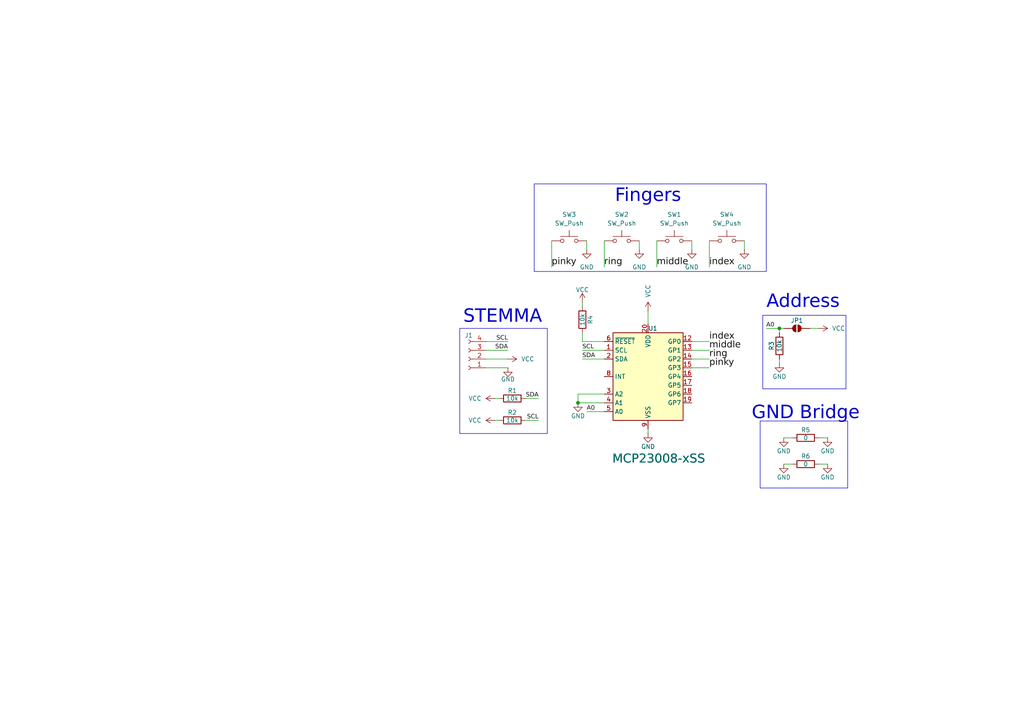
<source format=kicad_sch>
(kicad_sch (version 20250114) (generator "eeschema") (generator_version "9.0")
  (paper "A4")
  (lib_symbols
    (symbol "Connector:Conn_01x04_Socket" (pin_names (offset 1.016) (hide yes))
      (property "Reference" "J" (at 0 5.08 0))
      (property "Value" "Conn_01x04_Socket" (at 0 -7.62 0))
      (symbol "Conn_01x04_Socket_1_1"
        (polyline (pts (xy -1.27 2.54) (xy -0.508 2.54)) (stroke (width 0.1524)))
        (polyline (pts (xy -1.27 0) (xy -0.508 0)) (stroke (width 0.1524)))
        (polyline (pts (xy -1.27 -2.54) (xy -0.508 -2.54)) (stroke (width 0.1524)))
        (polyline (pts (xy -1.27 -5.08) (xy -0.508 -5.08)) (stroke (width 0.1524)))
        (arc (start 0 2.032) (mid -0.5058 2.54) (end 0 3.048) (stroke (width 0.1524)))
        (arc (start 0 -0.508) (mid -0.5058 0) (end 0 0.508) (stroke (width 0.1524)))
        (arc (start 0 -3.048) (mid -0.5058 -2.54) (end 0 -2.032) (stroke (width 0.1524)))
        (arc (start 0 -5.588) (mid -0.5058 -5.08) (end 0 -4.572) (stroke (width 0.1524)))
        (pin passive line (at -5.08 2.54 0) (length 3.81) (name "Pin_1") (number "1"))
        (pin passive line (at -5.08 0 0) (length 3.81) (name "Pin_2") (number "2"))
        (pin passive line (at -5.08 -2.54 0) (length 3.81) (name "Pin_3") (number "3"))
        (pin passive line (at -5.08 -5.08 0) (length 3.81) (name "Pin_4") (number "4"))
      )
    )
    (symbol "Device:R" (pin_numbers (hide yes)) (pin_names (offset 0))
      (property "Reference" "R" (at 2.032 0 90))
      (property "Value" "R" (at 0 0 90))
      (symbol "R_0_1"
        (rectangle (start -1.016 -2.54) (end 1.016 2.54) (stroke (width 0.254)))
      )
      (symbol "R_1_1"
        (pin passive line (at 0 3.81 270) (length 1.27) (name "~") (number "1"))
        (pin passive line (at 0 -3.81 90) (length 1.27) (name "~") (number "2"))
      )
    )
    (symbol "Interface_Expansion:MCP23008-xSS"
      (property "Reference" "U" (at -8.89 13.97 0))
      (property "Value" "MCP23008-xSS" (at 8.89 13.97 0))
      (symbol "MCP23008-xSS_0_1"
        (rectangle (start -10.16 12.7) (end 10.16 -12.7) (stroke (width 0.254)) (fill (type background)))
      )
      (symbol "MCP23008-xSS_1_1"
        (pin input line (at -12.7 10.16 0) (length 2.54) (name "~{RESET}") (number "6"))
        (pin input line (at -12.7 7.62 0) (length 2.54) (name "SCL") (number "1"))
        (pin bidirectional line (at -12.7 5.08 0) (length 2.54) (name "SDA") (number "2"))
        (pin output line (at -12.7 0 0) (length 2.54) (name "INT") (number "8"))
        (pin input line (at -12.7 -5.08 0) (length 2.54) (name "A2") (number "3"))
        (pin input line (at -12.7 -7.62 0) (length 2.54) (name "A1") (number "4"))
        (pin input line (at -12.7 -10.16 0) (length 2.54) (name "A0") (number "5"))
        (pin no_connect line (at -10.16 2.54 0) (length 2.54) (hide yes) (name "NC") (number "7"))
        (pin no_connect line (at -10.16 -2.54 0) (length 2.54) (hide yes) (name "NC") (number "10"))
        (pin power_in line (at 0 15.24 270) (length 2.54) (name "VDD") (number "20"))
        (pin power_in line (at 0 -15.24 90) (length 2.54) (name "VSS") (number "9"))
        (pin no_connect line (at 10.16 -10.16 180) (length 2.54) (hide yes) (name "NC") (number "11"))
        (pin bidirectional line (at 12.7 10.16 180) (length 2.54) (name "GP0") (number "12"))
        (pin bidirectional line (at 12.7 7.62 180) (length 2.54) (name "GP1") (number "13"))
        (pin bidirectional line (at 12.7 5.08 180) (length 2.54) (name "GP2") (number "14"))
        (pin bidirectional line (at 12.7 2.54 180) (length 2.54) (name "GP3") (number "15"))
        (pin bidirectional line (at 12.7 0 180) (length 2.54) (name "GP4") (number "16"))
        (pin bidirectional line (at 12.7 -2.54 180) (length 2.54) (name "GP5") (number "17"))
        (pin bidirectional line (at 12.7 -5.08 180) (length 2.54) (name "GP6") (number "18"))
        (pin bidirectional line (at 12.7 -7.62 180) (length 2.54) (name "GP7") (number "19"))
      )
    )
    (symbol "Jumper:SolderJumper_2_Open" (pin_numbers (hide yes)) (pin_names (offset 0) (hide yes)) (exclude_from_sim yes) (in_bom no)
      (property "Reference" "JP" (at 0 2.032 0))
      (property "Value" "SolderJumper_2_Open" (at 0 -2.54 0))
      (symbol "SolderJumper_2_Open_0_1"
        (polyline (pts (xy -0.254 1.016) (xy -0.254 -1.016)))
        (arc (start -0.254 -1.016) (mid -1.2656 0) (end -0.254 1.016))
        (arc (start -0.254 -1.016) (mid -1.2656 0) (end -0.254 1.016) (fill (type outline)))
        (arc (start 0.254 1.016) (mid 1.2656 0) (end 0.254 -1.016))
        (arc (start 0.254 1.016) (mid 1.2656 0) (end 0.254 -1.016) (fill (type outline)))
        (polyline (pts (xy 0.254 1.016) (xy 0.254 -1.016)))
      )
      (symbol "SolderJumper_2_Open_1_1"
        (pin passive line (at -3.81 0 0) (length 2.54) (name "A") (number "1"))
        (pin passive line (at 3.81 0 180) (length 2.54) (name "B") (number "2"))
      )
    )
    (symbol "Switch:SW_Push" (pin_numbers (hide yes)) (pin_names (offset 1.016) (hide yes))
      (property "Reference" "SW" (at 1.27 2.54 0))
      (property "Value" "SW_Push" (at 0 -1.524 0))
      (symbol "SW_Push_0_1"
        (circle (center -2.032 0) (radius 0.508))
        (polyline (pts (xy 0 1.27) (xy 0 3.048)))
        (circle (center 2.032 0) (radius 0.508))
        (polyline (pts (xy 2.54 1.27) (xy -2.54 1.27)))
        (pin passive line (at -5.08 0 0) (length 2.54) (name "1") (number "1"))
        (pin passive line (at 5.08 0 180) (length 2.54) (name "2") (number "2"))
      )
    )
    (symbol "power:GND" (power) (pin_numbers (hide yes)) (pin_names (offset 0) (hide yes))
      (property "Value" "GND" (at 0 -3.81 0))
      (symbol "GND_0_1"
        (polyline (pts (xy 0 0) (xy 0 -1.27) (xy 1.27 -1.27) (xy 0 -2.54) (xy -1.27 -1.27) (xy 0 -1.27)))
      )
      (symbol "GND_1_1"
        (pin power_in line (at 0 0 270) (length 0) (name "~") (number "1"))
      )
    )
    (symbol "power:VCC" (power) (pin_numbers (hide yes)) (pin_names (offset 0) (hide yes))
      (property "Value" "VCC" (at 0 3.556 0))
      (symbol "VCC_0_1"
        (polyline (pts (xy -0.762 1.27) (xy 0 2.54)))
        (polyline (pts (xy 0 2.54) (xy 0.762 1.27)))
        (polyline (pts (xy 0 0) (xy 0 2.54)))
      )
      (symbol "VCC_1_1"
        (pin power_in line (at 0 0 90) (length 0) (name "~") (number "1"))
      )
    )
  )
  (rectangle (start 220.472 122.1105) (end 245.872 141.5415))
  (rectangle (start 133.35 95.25) (end 158.75 125.73))
  (rectangle (start 154.94 53.34) (end 222.25 78.74))
  (rectangle (start 221.234 91.44) (end 245.364 112.776))
  (text "GND Bridge" (at 233.68 120.904 0) (effects (font (size 3.81 3.81))))
  (text "STEMMA" (at 145.796 92.964 0) (effects (font (size 3.81 3.81))))
  (text "Fingers" (at 187.96 57.912 0) (effects (font (size 3.81 3.81))))
  (text "Address" (at 232.918 88.646 0) (effects (font (size 3.81 3.81))))
  (junction (at 167.64 116.84))
  (junction (at 226.06 95.25))
  (wire (pts (xy 205.74 69.85) (xy 205.74 77.47)))
  (wire (pts (xy 190.5 69.85) (xy 190.5 77.47)))
  (wire (pts (xy 222.25 95.25) (xy 226.06 95.25)))
  (wire (pts (xy 226.06 95.25) (xy 227.33 95.25)))
  (wire (pts (xy 147.32 101.6) (xy 140.97 101.6)))
  (wire (pts (xy 200.66 106.68) (xy 205.74 106.68)))
  (wire (pts (xy 237.49 134.62) (xy 240.03 134.62)))
  (wire (pts (xy 175.26 69.85) (xy 175.26 77.47)))
  (wire (pts (xy 200.66 104.14) (xy 205.74 104.14)))
  (wire (pts (xy 200.66 101.6) (xy 205.74 101.6)))
  (wire (pts (xy 143.51 121.92) (xy 144.78 121.92)))
  (wire (pts (xy 140.97 106.68) (xy 147.32 106.68)))
  (wire (pts (xy 156.21 121.92) (xy 152.4 121.92)))
  (wire (pts (xy 227.33 134.62) (xy 229.87 134.62)))
  (wire (pts (xy 160.02 69.85) (xy 160.02 77.47)))
  (wire (pts (xy 167.64 116.84) (xy 175.26 116.84)))
  (wire (pts (xy 147.32 99.06) (xy 140.97 99.06)))
  (wire (pts (xy 234.95 95.25) (xy 237.49 95.25)))
  (wire (pts (xy 143.51 115.57) (xy 144.78 115.57)))
  (wire (pts (xy 237.49 127) (xy 240.03 127)))
  (wire (pts (xy 167.64 114.3) (xy 167.64 116.84)))
  (wire (pts (xy 187.96 124.46) (xy 187.96 125.73)))
  (wire (pts (xy 156.21 115.57) (xy 152.4 115.57)))
  (wire (pts (xy 227.33 127) (xy 229.87 127)))
  (wire (pts (xy 226.06 104.14) (xy 226.06 105.41)))
  (wire (pts (xy 187.96 90.17) (xy 187.96 93.98)))
  (wire (pts (xy 140.97 104.14) (xy 147.32 104.14)))
  (wire (pts (xy 167.64 114.3) (xy 175.26 114.3)))
  (wire (pts (xy 168.91 96.52) (xy 168.91 99.06)))
  (wire (pts (xy 168.91 99.06) (xy 175.26 99.06)))
  (wire (pts (xy 215.9 69.85) (xy 215.9 72.39)))
  (wire (pts (xy 168.91 88.9) (xy 168.91 87.63)))
  (wire (pts (xy 200.66 99.06) (xy 205.74 99.06)))
  (wire (pts (xy 226.06 95.25) (xy 226.06 96.52)))
  (wire (pts (xy 200.66 69.85) (xy 200.66 72.39)))
  (wire (pts (xy 170.18 119.38) (xy 175.26 119.38)))
  (wire (pts (xy 170.18 69.85) (xy 170.18 72.39)))
  (wire (pts (xy 185.42 69.85) (xy 185.42 72.39)))
  (wire (pts (xy 168.91 104.14) (xy 175.26 104.14)))
  (wire (pts (xy 168.91 101.6) (xy 175.26 101.6)))
  (label "SDA" (at 147.32 101.6 180))
  (label "middle" (at 190.5 77.47 0) (effects (font (size 1.905 1.905))))
  (label "index" (at 205.74 77.47 0) (effects (font (size 1.905 1.905))))
  (label "ring" (at 175.26 77.47 0) (effects (font (size 1.905 1.905))))
  (label "pinky" (at 205.74 106.68 0) (effects (font (size 1.905 1.905))))
  (label "A0" (at 170.18 119.38 0))
  (label "A0" (at 222.25 95.25 0))
  (label "ring" (at 205.74 104.14 0) (effects (font (size 1.905 1.905))))
  (label "pinky" (at 160.02 77.47 0) (effects (font (size 1.905 1.905))))
  (label "middle" (at 205.74 101.6 0) (effects (font (size 1.905 1.905))))
  (label "SDA" (at 168.91 104.14 0))
  (label "SCL" (at 168.91 101.6 0))
  (label "SCL" (at 156.21 121.92 180))
  (label "SDA" (at 156.21 115.57 180))
  (label "SCL" (at 147.32 99.06 180))
  (label "index" (at 205.74 99.06 0) (effects (font (size 1.905 1.905))))
  (symbol (lib_id "power:GND") (at 240.03 134.62 0) (unit 1)
    (property "Reference" "#PWR021" (effects (hide yes)))
    (property "Value" "GND" (at 240.03 138.43 0))
    (property "Description" "Power symbol creates a global label with name \"GND\" , ground" (effects (hide yes)))
  )
  (symbol (lib_id "Device:R") (at 226.06 100.33 180) (unit 1)
    (property "Reference" "R3" (at 223.774 100.33 90))
    (property "Value" "10k" (at 226.06 100.33 90))
    (property "Footprint" "Resistor_SMD:R_0805_2012Metric_Pad1.20x1.40mm_HandSolder" (effects (hide yes)))
    (property "Description" "Resistor" (effects (hide yes)))
  )
  (symbol (lib_id "power:GND") (at 227.33 134.62 0) (unit 1)
    (property "Reference" "#PWR020" (effects (hide yes)))
    (property "Value" "GND" (at 227.33 138.43 0))
    (property "Description" "Power symbol creates a global label with name \"GND\" , ground" (effects (hide yes)))
  )
  (symbol (lib_id "power:GND") (at 240.03 127 0) (unit 1)
    (property "Reference" "#PWR018" (effects (hide yes)))
    (property "Value" "GND" (at 240.03 130.81 0))
    (property "Description" "Power symbol creates a global label with name \"GND\" , ground" (effects (hide yes)))
  )
  (symbol (lib_id "power:GND") (at 215.9 72.39 0) (unit 1)
    (property "Reference" "#PWR04" (effects (hide yes)))
    (property "Value" "GND" (at 215.9 77.47 0))
    (property "Description" "Power symbol creates a global label with name \"GND\" , ground" (effects (hide yes)))
  )
  (symbol (lib_id "power:GND") (at 185.42 72.39 0) (unit 1)
    (property "Reference" "#PWR02" (effects (hide yes)))
    (property "Value" "GND" (at 185.42 77.47 0))
    (property "Description" "Power symbol creates a global label with name \"GND\" , ground" (effects (hide yes)))
  )
  (symbol (lib_id "Switch:SW_Push") (at 180.34 69.85 0) (unit 1)
    (property "Reference" "SW2" (at 180.34 62.23 0))
    (property "Value" "SW_Push" (at 180.34 64.77 0))
    (property "Footprint" "footprints:Kailh_socket_PG1350" (effects (hide yes)))
    (property "Description" "Push button switch, generic, two pins" (effects (hide yes)))
  )
  (symbol (lib_id "power:GND") (at 187.96 125.73 0) (unit 1)
    (property "Reference" "#PWR012" (effects (hide yes)))
    (property "Value" "GND" (at 187.96 129.54 0))
    (property "Description" "Power symbol creates a global label with name \"GND\" , ground" (effects (hide yes)))
  )
  (symbol (lib_id "power:GND") (at 200.66 72.39 0) (unit 1)
    (property "Reference" "#PWR03" (effects (hide yes)))
    (property "Value" "GND" (at 200.66 77.47 0))
    (property "Description" "Power symbol creates a global label with name \"GND\" , ground" (effects (hide yes)))
  )
  (symbol (lib_id "Device:R") (at 168.91 92.71 0) (unit 1)
    (property "Reference" "R4" (at 171.196 92.71 90))
    (property "Value" "10k" (at 168.91 92.71 90))
    (property "Footprint" "Resistor_SMD:R_0805_2012Metric_Pad1.20x1.40mm_HandSolder" (effects (hide yes)))
    (property "Description" "Resistor" (effects (hide yes)))
  )
  (symbol (lib_id "Connector:Conn_01x04_Socket") (at 135.89 104.14 180) (unit 1)
    (property "Reference" "J1" (at 137.16 97.282 0) (effects (justify left)))
    (property "Value" "Conn_01x04_Socket" (effects (hide yes)))
    (property "Footprint" "Connector_JST:JST_SH_SM04B-SRSS-TB_1x04-1MP_P1.00mm_Horizontal" (effects (hide yes)))
    (property "Description" "Generic connector, single row, 01x04, script generated" (effects (hide yes)))
  )
  (symbol (lib_id "power:VCC") (at 187.96 90.17 0) (unit 1)
    (property "Reference" "#PWR016" (effects (hide yes)))
    (property "Value" "VCC" (at 187.9599 86.36 90) (effects (justify left)))
    (property "Description" "Power symbol creates a global label with name \"VCC\"" (effects (hide yes)))
  )
  (symbol (lib_id "power:GND") (at 167.64 116.84 0) (unit 1)
    (property "Reference" "#PWR013" (effects (hide yes)))
    (property "Value" "GND" (at 167.64 120.65 0))
    (property "Description" "Power symbol creates a global label with name \"GND\" , ground" (effects (hide yes)))
  )
  (symbol (lib_id "Switch:SW_Push") (at 165.1 69.85 0) (unit 1)
    (property "Reference" "SW3" (at 165.1 62.23 0))
    (property "Value" "SW_Push" (at 165.1 64.77 0))
    (property "Footprint" "footprints:Kailh_socket_PG1350" (effects (hide yes)))
    (property "Description" "Push button switch, generic, two pins" (effects (hide yes)))
  )
  (symbol (lib_id "power:VCC") (at 143.51 121.92 90) (unit 1)
    (property "Reference" "#PWR09" (effects (hide yes)))
    (property "Value" "VCC" (at 139.7 121.9199 90) (effects (justify left)))
    (property "Description" "Power symbol creates a global label with name \"VCC\"" (effects (hide yes)))
  )
  (symbol (lib_id "power:GND") (at 170.18 72.39 0) (unit 1)
    (property "Reference" "#PWR01" (effects (hide yes)))
    (property "Value" "GND" (at 170.18 77.47 0))
    (property "Description" "Power symbol creates a global label with name \"GND\" , ground" (effects (hide yes)))
  )
  (symbol (lib_id "power:VCC") (at 143.51 115.57 90) (unit 1)
    (property "Reference" "#PWR010" (effects (hide yes)))
    (property "Value" "VCC" (at 139.7 115.5699 90) (effects (justify left)))
    (property "Description" "Power symbol creates a global label with name \"VCC\"" (effects (hide yes)))
  )
  (symbol (lib_id "Switch:SW_Push") (at 195.58 69.85 0) (unit 1)
    (property "Reference" "SW1" (at 195.58 62.23 0))
    (property "Value" "SW_Push" (at 195.58 64.77 0))
    (property "Footprint" "footprints:Kailh_socket_PG1350" (effects (hide yes)))
    (property "Description" "Push button switch, generic, two pins" (effects (hide yes)))
  )
  (symbol (lib_id "power:GND") (at 227.33 127 0) (unit 1)
    (property "Reference" "#PWR019" (effects (hide yes)))
    (property "Value" "GND" (at 227.33 130.81 0))
    (property "Description" "Power symbol creates a global label with name \"GND\" , ground" (effects (hide yes)))
  )
  (symbol (lib_id "Device:R") (at 233.68 127 90) (unit 1)
    (property "Reference" "R5" (at 233.68 124.714 90))
    (property "Value" "0" (at 233.68 127 90))
    (property "Footprint" "Resistor_SMD:R_0805_2012Metric_Pad1.20x1.40mm_HandSolder" (effects (hide yes)))
    (property "Description" "Resistor" (effects (hide yes)))
  )
  (symbol (lib_id "power:VCC") (at 237.49 95.25 270) (unit 1)
    (property "Reference" "#PWR011" (effects (hide yes)))
    (property "Value" "VCC" (at 241.3 95.2499 90) (effects (justify left)))
    (property "Description" "Power symbol creates a global label with name \"VCC\"" (effects (hide yes)))
  )
  (symbol (lib_id "power:GND") (at 226.06 105.41 0) (unit 1)
    (property "Reference" "#PWR05" (effects (hide yes)))
    (property "Value" "GND" (at 226.06 109.22 0))
    (property "Description" "Power symbol creates a global label with name \"GND\" , ground" (effects (hide yes)))
  )
  (symbol (lib_id "Jumper:SolderJumper_2_Open") (at 231.14 95.25 0) (unit 1) (exclude_from_sim yes) (in_bom no)
    (property "Reference" "JP1" (at 231.14 92.964 0))
    (property "Value" "SolderJumper_2_Open" (effects (hide yes)))
    (property "Footprint" "Jumper:SolderJumper-2_P1.3mm_Open_TrianglePad1.0x1.5mm" (effects (hide yes)))
    (property "Description" "Solder Jumper, 2-pole, open" (effects (hide yes)))
  )
  (symbol (lib_id "Device:R") (at 233.68 134.62 90) (unit 1)
    (property "Reference" "R6" (at 233.68 132.334 90))
    (property "Value" "0" (at 233.68 134.62 90))
    (property "Footprint" "Resistor_SMD:R_0805_2012Metric_Pad1.20x1.40mm_HandSolder" (effects (hide yes)))
    (property "Description" "Resistor" (effects (hide yes)))
  )
  (symbol (lib_id "Switch:SW_Push") (at 210.82 69.85 0) (unit 1)
    (property "Reference" "SW4" (at 210.82 62.23 0))
    (property "Value" "SW_Push" (at 210.82 64.77 0))
    (property "Footprint" "footprints:Kailh_socket_PG1350" (effects (hide yes)))
    (property "Description" "Push button switch, generic, two pins" (effects (hide yes)))
  )
  (symbol (lib_id "power:VCC") (at 147.32 104.14 270) (unit 1)
    (property "Reference" "#PWR014" (effects (hide yes)))
    (property "Value" "VCC" (at 151.13 104.1399 90) (effects (justify left)))
    (property "Description" "Power symbol creates a global label with name \"VCC\"" (effects (hide yes)))
  )
  (symbol (lib_id "Device:R") (at 148.59 121.92 90) (unit 1)
    (property "Reference" "R2" (at 148.59 119.634 90))
    (property "Value" "10k" (at 148.59 121.92 90))
    (property "Footprint" "Resistor_SMD:R_0805_2012Metric_Pad1.20x1.40mm_HandSolder" (effects (hide yes)))
    (property "Description" "Resistor" (effects (hide yes)))
  )
  (symbol (lib_id "power:GND") (at 147.32 106.68 0) (unit 1)
    (property "Reference" "#PWR015" (effects (hide yes)))
    (property "Value" "GND" (at 147.32 109.982 0))
    (property "Description" "Power symbol creates a global label with name \"GND\" , ground" (effects (hide yes)))
  )
  (symbol (lib_id "Interface_Expansion:MCP23008-xSS") (at 187.96 109.22 0) (unit 1)
    (property "Reference" "U1" (at 187.96 95.25 0) (effects (justify left)))
    (property "Value" "MCP23008-xSS" (at 175.768 133.096 0) (effects (font (size 2.54 2.54)) (justify left)))
    (property "Footprint" "Package_SO:SSOP-20_5.3x7.2mm_P0.65mm" (effects (hide yes)))
    (property "Datasheet" "http://ww1.microchip.com/downloads/en/DeviceDoc/MCP23008-MCP23S08-Data-Sheet-20001919F.pdf" (effects (hide yes)))
    (property "Description" "8-bit I/O expander, I2C, interrupts, SSOP-20" (effects (hide yes)))
  )
  (symbol (lib_id "power:VCC") (at 168.91 87.63 0) (unit 1)
    (property "Reference" "#PWR017" (effects (hide yes)))
    (property "Value" "VCC" (at 168.91 84.074 0))
    (property "Description" "Power symbol creates a global label with name \"VCC\"" (effects (hide yes)))
  )
  (symbol (lib_id "Device:R") (at 148.59 115.57 90) (unit 1)
    (property "Reference" "R1" (at 148.59 113.284 90))
    (property "Value" "10k" (at 148.59 115.57 90))
    (property "Footprint" "Resistor_SMD:R_0805_2012Metric_Pad1.20x1.40mm_HandSolder" (effects (hide yes)))
    (property "Description" "Resistor" (effects (hide yes)))
  )
)
</source>
